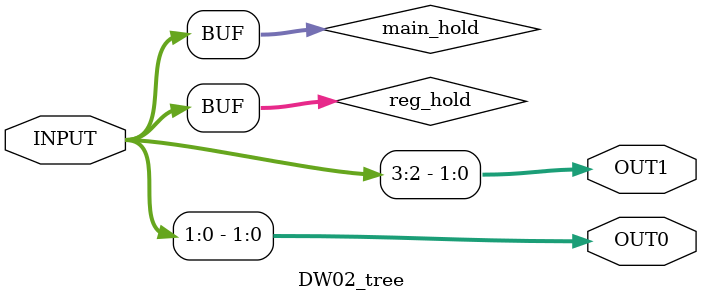
<source format=v>
	 

//-------------------------------------------------------------------------------------------------
//
// Description : DW02_tree is a Wallace-tree compressor. This component is used in building the
// Wallace-tree adder, DW02_sum. DW02_tree is included as a separate component for
// designing your own hierarchical summation blocks or Wallace-tree-based multipliers. 
//
//-------------------------------------------------------------------------------------------------
module DW02_tree (INPUT, OUT0, OUT1 )/* synthesis syn_builtin_du = "weak" */;
parameter num_inputs = 2;
parameter input_width  = 2;	 

input	[ num_inputs * input_width - 1 : 0]	INPUT; //Input vector
output	[ input_width - 1 : 0 ]		        OUT0; //Partial sum 
output	[ input_width - 1 : 0 ]		        OUT1; //Partial sum 

//Internal signal declaration
reg  [ num_inputs * input_width - 1 : 0 ] reg_hold;
reg  [ num_inputs * input_width - 1 : 0 ] main_hold;
reg	[ input_width - 1 : 0 ]		          OUT0; 
reg	[ input_width - 1 : 0 ]		          OUT1; 


//Wallace tree using CSA
always@(INPUT)
begin 
	reg_hold	=	INPUT;
	
	if ( num_inputs == 2 )
		begin
			main_hold[input_width - 1 : 0] = INPUT[input_width-1 : 0];
			main_hold[2 * input_width - 1:input_width] = INPUT[num_inputs*input_width-1: input_width];
		end	
	else if ( num_inputs == 1 )
		begin
		   if ( input_width == 1 )
             main_hold = reg_hold;
		   else //if ( input_width == 2 )
             main_hold[input_width - 1 : 0] = reg_hold[num_inputs * input_width - 1 : 0];
		end
	else
	begin : inner
 	    reg	 [ 2*input_width - 1 : 0] 			  temp;
        reg	 [ input_width - 1 : 0 ]			  a;			 
        reg	 [ input_width - 1 : 0 ]			  b;			 
        reg	 [ input_width - 1 : 0 ]			  c;			 

	    integer j;
        integer cnt;
        integer t;
        integer k;
        integer l;
        integer remi;
        integer tt;

		reg 	[num_inputs * input_width - 1 : 0] hold;
		reg     [num_inputs * input_width - 1 : 0] tmp_hold;
		
		hold = 0;  
		tmp_hold = 0;
	    hold = reg_hold;
		// synthesis loop_limit 2000  
		for ( cnt = num_inputs; cnt >= 3; cnt = t * 2 + remi )
		begin
			t = cnt / 3 ;		
			remi = cnt % 3 ;
			    // synthesis loop_limit 2000  
				for( j = 0 ; j < t ; j = j + 1 )                                                       
				begin									                                               
				  // synthesis loop_limit 2000                                                                                       
				  for( k = 0 ; k < input_width ; k = k + 1 )                                                    
				  begin	                                                                               
				    a[ k ] = hold[ j * 3 * input_width + k ];                                                     
				    b[ k ] = hold[ j * 3 * input_width + input_width + k ];                                              
				    c[ k ] = hold[ j * 3 * input_width + input_width + input_width + k ];                                       
				  end                                                                                    
				                                                                                       
				  temp = csa_adder( c , b , a );                                                         
				   // synthesis loop_limit 2000	                                                                                       
				  for( l = 0 ; l < 2 * input_width  ; l = l + 1 )                                               
				  begin	                                                                               
				    tmp_hold[ j * 2 * input_width + l ]= temp[ l ];                                                
				  end			                                                                           
				                                                                                       
				end		                                                                               
				//cnt = t * 2 + remi;				                                                       
				if ( remi > 0 )    
                // synthesis loop_limit 2000                                                                   
				  for(tt = 0 ; tt < remi * input_width ; tt = tt + 1)                                             
					tmp_hold[ t * 2 * input_width + tt ] = hold[t * 3 * input_width + tt];                                 
					                                                                                   
				hold = tmp_hold;	                                                                   
		end //while	
	
		main_hold = hold[2*input_width-1:0];	
	end //else		
end	//always
		
//Updating outputs
always @ ( main_hold )
if ( input_width == 1 )
begin
   OUT1 =  0;
   OUT0 =  main_hold[0];
end
else if ( num_inputs == 1)
begin
   OUT1 =  0;	
   OUT0 =  main_hold[input_width - 1 : 0];
end
else
begin
   OUT1 =  main_hold[2 * input_width - 1 : input_width];	
   OUT0 =  main_hold[input_width - 1 : 0];
end

//n-bit CSA adder
function [ 2 * input_width - 1 : 0 ]csa_adder;
 input	[ input_width - 1 : 0 ]	a;
 input	[ input_width - 1 : 0 ]	b;
 input	[ input_width - 1 : 0 ]	c;
 integer 					i;
 reg 						su,ca;	  
 begin
 // synthesis loop_limit 2000  
	for( i = 0 ; i < input_width ; i = i + 1 )
	begin
		{ ca ,su }			=	csa(a[i], b[i], c[i]);
		csa_adder[ i ]		=	su;
		csa_adder[ input_width + i]=	ca;
	end				   
	csa_adder = { csa_adder[2*input_width - 1 : input_width] << 1 , csa_adder[input_width - 1 : 0]} ;
 end	 	
endfunction

//1-bit CSA adder
function [ 1 : 0 ]csa;
input	a, b, c;
begin
//	csa[1:0] = a + b + c;   
	csa [ 0 ] =  a  ^  b  ^  c ;
	csa [ 1 ] = a&b | b&c | c&a;
end
endfunction

endmodule

</source>
